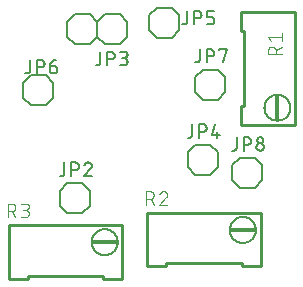
<source format=gbr>
G04 EAGLE Gerber RS-274X export*
G75*
%MOMM*%
%FSLAX34Y34*%
%LPD*%
%INSilkscreen Top*%
%IPPOS*%
%AMOC8*
5,1,8,0,0,1.08239X$1,22.5*%
G01*
%ADD10C,0.254000*%
%ADD11C,0.152400*%
%ADD12R,0.400000X2.100000*%
%ADD13C,0.101600*%
%ADD14R,2.100000X0.400000*%
%ADD15C,0.127000*%


D10*
X214138Y246594D02*
X259638Y246594D01*
X259638Y150594D01*
X214138Y150594D01*
X214138Y166594D01*
X216638Y166594D01*
X216638Y230594D01*
X214138Y230594D01*
X214138Y246594D01*
D11*
X234138Y165594D02*
X234141Y165864D01*
X234151Y166134D01*
X234168Y166403D01*
X234191Y166672D01*
X234221Y166941D01*
X234257Y167208D01*
X234300Y167475D01*
X234349Y167740D01*
X234405Y168004D01*
X234468Y168267D01*
X234536Y168528D01*
X234612Y168787D01*
X234693Y169044D01*
X234781Y169300D01*
X234875Y169553D01*
X234975Y169804D01*
X235082Y170052D01*
X235194Y170297D01*
X235313Y170540D01*
X235437Y170779D01*
X235567Y171016D01*
X235703Y171249D01*
X235845Y171479D01*
X235992Y171705D01*
X236145Y171928D01*
X236303Y172147D01*
X236466Y172362D01*
X236635Y172572D01*
X236809Y172779D01*
X236988Y172981D01*
X237171Y173179D01*
X237360Y173372D01*
X237553Y173561D01*
X237751Y173744D01*
X237953Y173923D01*
X238160Y174097D01*
X238370Y174266D01*
X238585Y174429D01*
X238804Y174587D01*
X239027Y174740D01*
X239253Y174887D01*
X239483Y175029D01*
X239716Y175165D01*
X239953Y175295D01*
X240192Y175419D01*
X240435Y175538D01*
X240680Y175650D01*
X240928Y175757D01*
X241179Y175857D01*
X241432Y175951D01*
X241688Y176039D01*
X241945Y176120D01*
X242204Y176196D01*
X242465Y176264D01*
X242728Y176327D01*
X242992Y176383D01*
X243257Y176432D01*
X243524Y176475D01*
X243791Y176511D01*
X244060Y176541D01*
X244329Y176564D01*
X244598Y176581D01*
X244868Y176591D01*
X245138Y176594D01*
X245408Y176591D01*
X245678Y176581D01*
X245947Y176564D01*
X246216Y176541D01*
X246485Y176511D01*
X246752Y176475D01*
X247019Y176432D01*
X247284Y176383D01*
X247548Y176327D01*
X247811Y176264D01*
X248072Y176196D01*
X248331Y176120D01*
X248588Y176039D01*
X248844Y175951D01*
X249097Y175857D01*
X249348Y175757D01*
X249596Y175650D01*
X249841Y175538D01*
X250084Y175419D01*
X250323Y175295D01*
X250560Y175165D01*
X250793Y175029D01*
X251023Y174887D01*
X251249Y174740D01*
X251472Y174587D01*
X251691Y174429D01*
X251906Y174266D01*
X252116Y174097D01*
X252323Y173923D01*
X252525Y173744D01*
X252723Y173561D01*
X252916Y173372D01*
X253105Y173179D01*
X253288Y172981D01*
X253467Y172779D01*
X253641Y172572D01*
X253810Y172362D01*
X253973Y172147D01*
X254131Y171928D01*
X254284Y171705D01*
X254431Y171479D01*
X254573Y171249D01*
X254709Y171016D01*
X254839Y170779D01*
X254963Y170540D01*
X255082Y170297D01*
X255194Y170052D01*
X255301Y169804D01*
X255401Y169553D01*
X255495Y169300D01*
X255583Y169044D01*
X255664Y168787D01*
X255740Y168528D01*
X255808Y168267D01*
X255871Y168004D01*
X255927Y167740D01*
X255976Y167475D01*
X256019Y167208D01*
X256055Y166941D01*
X256085Y166672D01*
X256108Y166403D01*
X256125Y166134D01*
X256135Y165864D01*
X256138Y165594D01*
X256135Y165324D01*
X256125Y165054D01*
X256108Y164785D01*
X256085Y164516D01*
X256055Y164247D01*
X256019Y163980D01*
X255976Y163713D01*
X255927Y163448D01*
X255871Y163184D01*
X255808Y162921D01*
X255740Y162660D01*
X255664Y162401D01*
X255583Y162144D01*
X255495Y161888D01*
X255401Y161635D01*
X255301Y161384D01*
X255194Y161136D01*
X255082Y160891D01*
X254963Y160648D01*
X254839Y160409D01*
X254709Y160172D01*
X254573Y159939D01*
X254431Y159709D01*
X254284Y159483D01*
X254131Y159260D01*
X253973Y159041D01*
X253810Y158826D01*
X253641Y158616D01*
X253467Y158409D01*
X253288Y158207D01*
X253105Y158009D01*
X252916Y157816D01*
X252723Y157627D01*
X252525Y157444D01*
X252323Y157265D01*
X252116Y157091D01*
X251906Y156922D01*
X251691Y156759D01*
X251472Y156601D01*
X251249Y156448D01*
X251023Y156301D01*
X250793Y156159D01*
X250560Y156023D01*
X250323Y155893D01*
X250084Y155769D01*
X249841Y155650D01*
X249596Y155538D01*
X249348Y155431D01*
X249097Y155331D01*
X248844Y155237D01*
X248588Y155149D01*
X248331Y155068D01*
X248072Y154992D01*
X247811Y154924D01*
X247548Y154861D01*
X247284Y154805D01*
X247019Y154756D01*
X246752Y154713D01*
X246485Y154677D01*
X246216Y154647D01*
X245947Y154624D01*
X245678Y154607D01*
X245408Y154597D01*
X245138Y154594D01*
X244868Y154597D01*
X244598Y154607D01*
X244329Y154624D01*
X244060Y154647D01*
X243791Y154677D01*
X243524Y154713D01*
X243257Y154756D01*
X242992Y154805D01*
X242728Y154861D01*
X242465Y154924D01*
X242204Y154992D01*
X241945Y155068D01*
X241688Y155149D01*
X241432Y155237D01*
X241179Y155331D01*
X240928Y155431D01*
X240680Y155538D01*
X240435Y155650D01*
X240192Y155769D01*
X239953Y155893D01*
X239716Y156023D01*
X239483Y156159D01*
X239253Y156301D01*
X239027Y156448D01*
X238804Y156601D01*
X238585Y156759D01*
X238370Y156922D01*
X238160Y157091D01*
X237953Y157265D01*
X237751Y157444D01*
X237553Y157627D01*
X237360Y157816D01*
X237171Y158009D01*
X236988Y158207D01*
X236809Y158409D01*
X236635Y158616D01*
X236466Y158826D01*
X236303Y159041D01*
X236145Y159260D01*
X235992Y159483D01*
X235845Y159709D01*
X235703Y159939D01*
X235567Y160172D01*
X235437Y160409D01*
X235313Y160648D01*
X235194Y160891D01*
X235082Y161136D01*
X234975Y161384D01*
X234875Y161635D01*
X234781Y161888D01*
X234693Y162144D01*
X234612Y162401D01*
X234536Y162660D01*
X234468Y162921D01*
X234405Y163184D01*
X234349Y163448D01*
X234300Y163713D01*
X234257Y163980D01*
X234221Y164247D01*
X234191Y164516D01*
X234168Y164785D01*
X234151Y165054D01*
X234141Y165324D01*
X234138Y165594D01*
D12*
X245138Y165594D03*
D13*
X248826Y210639D02*
X237142Y210639D01*
X237142Y213884D01*
X237144Y213997D01*
X237150Y214110D01*
X237160Y214223D01*
X237174Y214336D01*
X237191Y214448D01*
X237213Y214559D01*
X237238Y214669D01*
X237268Y214779D01*
X237301Y214887D01*
X237338Y214994D01*
X237378Y215100D01*
X237423Y215204D01*
X237471Y215307D01*
X237522Y215408D01*
X237577Y215507D01*
X237635Y215604D01*
X237697Y215699D01*
X237762Y215792D01*
X237830Y215882D01*
X237901Y215970D01*
X237976Y216056D01*
X238053Y216139D01*
X238133Y216219D01*
X238216Y216296D01*
X238302Y216371D01*
X238390Y216442D01*
X238480Y216510D01*
X238573Y216575D01*
X238668Y216637D01*
X238765Y216695D01*
X238864Y216750D01*
X238965Y216801D01*
X239068Y216849D01*
X239172Y216894D01*
X239278Y216934D01*
X239385Y216971D01*
X239493Y217004D01*
X239603Y217034D01*
X239713Y217059D01*
X239824Y217081D01*
X239936Y217098D01*
X240049Y217112D01*
X240162Y217122D01*
X240275Y217128D01*
X240388Y217130D01*
X240501Y217128D01*
X240614Y217122D01*
X240727Y217112D01*
X240840Y217098D01*
X240952Y217081D01*
X241063Y217059D01*
X241173Y217034D01*
X241283Y217004D01*
X241391Y216971D01*
X241498Y216934D01*
X241604Y216894D01*
X241708Y216849D01*
X241811Y216801D01*
X241912Y216750D01*
X242011Y216695D01*
X242108Y216637D01*
X242203Y216575D01*
X242296Y216510D01*
X242386Y216442D01*
X242474Y216371D01*
X242560Y216296D01*
X242643Y216219D01*
X242723Y216139D01*
X242800Y216056D01*
X242875Y215970D01*
X242946Y215882D01*
X243014Y215792D01*
X243079Y215699D01*
X243141Y215604D01*
X243199Y215507D01*
X243254Y215408D01*
X243305Y215307D01*
X243353Y215204D01*
X243398Y215100D01*
X243438Y214994D01*
X243475Y214887D01*
X243508Y214779D01*
X243538Y214669D01*
X243563Y214559D01*
X243585Y214448D01*
X243602Y214336D01*
X243616Y214223D01*
X243626Y214110D01*
X243632Y213997D01*
X243634Y213884D01*
X243634Y210639D01*
X243634Y214533D02*
X248826Y217130D01*
X239739Y221995D02*
X237142Y225240D01*
X248826Y225240D01*
X248826Y221995D02*
X248826Y228486D01*
D10*
X134852Y76606D02*
X134852Y31106D01*
X134852Y76606D02*
X230852Y76606D01*
X230852Y31106D01*
X214852Y31106D01*
X214852Y33606D01*
X150852Y33606D01*
X150852Y31106D01*
X134852Y31106D01*
D11*
X204852Y62106D02*
X204855Y62376D01*
X204865Y62646D01*
X204882Y62915D01*
X204905Y63184D01*
X204935Y63453D01*
X204971Y63720D01*
X205014Y63987D01*
X205063Y64252D01*
X205119Y64516D01*
X205182Y64779D01*
X205250Y65040D01*
X205326Y65299D01*
X205407Y65556D01*
X205495Y65812D01*
X205589Y66065D01*
X205689Y66316D01*
X205796Y66564D01*
X205908Y66809D01*
X206027Y67052D01*
X206151Y67291D01*
X206281Y67528D01*
X206417Y67761D01*
X206559Y67991D01*
X206706Y68217D01*
X206859Y68440D01*
X207017Y68659D01*
X207180Y68874D01*
X207349Y69084D01*
X207523Y69291D01*
X207702Y69493D01*
X207885Y69691D01*
X208074Y69884D01*
X208267Y70073D01*
X208465Y70256D01*
X208667Y70435D01*
X208874Y70609D01*
X209084Y70778D01*
X209299Y70941D01*
X209518Y71099D01*
X209741Y71252D01*
X209967Y71399D01*
X210197Y71541D01*
X210430Y71677D01*
X210667Y71807D01*
X210906Y71931D01*
X211149Y72050D01*
X211394Y72162D01*
X211642Y72269D01*
X211893Y72369D01*
X212146Y72463D01*
X212402Y72551D01*
X212659Y72632D01*
X212918Y72708D01*
X213179Y72776D01*
X213442Y72839D01*
X213706Y72895D01*
X213971Y72944D01*
X214238Y72987D01*
X214505Y73023D01*
X214774Y73053D01*
X215043Y73076D01*
X215312Y73093D01*
X215582Y73103D01*
X215852Y73106D01*
X216122Y73103D01*
X216392Y73093D01*
X216661Y73076D01*
X216930Y73053D01*
X217199Y73023D01*
X217466Y72987D01*
X217733Y72944D01*
X217998Y72895D01*
X218262Y72839D01*
X218525Y72776D01*
X218786Y72708D01*
X219045Y72632D01*
X219302Y72551D01*
X219558Y72463D01*
X219811Y72369D01*
X220062Y72269D01*
X220310Y72162D01*
X220555Y72050D01*
X220798Y71931D01*
X221037Y71807D01*
X221274Y71677D01*
X221507Y71541D01*
X221737Y71399D01*
X221963Y71252D01*
X222186Y71099D01*
X222405Y70941D01*
X222620Y70778D01*
X222830Y70609D01*
X223037Y70435D01*
X223239Y70256D01*
X223437Y70073D01*
X223630Y69884D01*
X223819Y69691D01*
X224002Y69493D01*
X224181Y69291D01*
X224355Y69084D01*
X224524Y68874D01*
X224687Y68659D01*
X224845Y68440D01*
X224998Y68217D01*
X225145Y67991D01*
X225287Y67761D01*
X225423Y67528D01*
X225553Y67291D01*
X225677Y67052D01*
X225796Y66809D01*
X225908Y66564D01*
X226015Y66316D01*
X226115Y66065D01*
X226209Y65812D01*
X226297Y65556D01*
X226378Y65299D01*
X226454Y65040D01*
X226522Y64779D01*
X226585Y64516D01*
X226641Y64252D01*
X226690Y63987D01*
X226733Y63720D01*
X226769Y63453D01*
X226799Y63184D01*
X226822Y62915D01*
X226839Y62646D01*
X226849Y62376D01*
X226852Y62106D01*
X226849Y61836D01*
X226839Y61566D01*
X226822Y61297D01*
X226799Y61028D01*
X226769Y60759D01*
X226733Y60492D01*
X226690Y60225D01*
X226641Y59960D01*
X226585Y59696D01*
X226522Y59433D01*
X226454Y59172D01*
X226378Y58913D01*
X226297Y58656D01*
X226209Y58400D01*
X226115Y58147D01*
X226015Y57896D01*
X225908Y57648D01*
X225796Y57403D01*
X225677Y57160D01*
X225553Y56921D01*
X225423Y56684D01*
X225287Y56451D01*
X225145Y56221D01*
X224998Y55995D01*
X224845Y55772D01*
X224687Y55553D01*
X224524Y55338D01*
X224355Y55128D01*
X224181Y54921D01*
X224002Y54719D01*
X223819Y54521D01*
X223630Y54328D01*
X223437Y54139D01*
X223239Y53956D01*
X223037Y53777D01*
X222830Y53603D01*
X222620Y53434D01*
X222405Y53271D01*
X222186Y53113D01*
X221963Y52960D01*
X221737Y52813D01*
X221507Y52671D01*
X221274Y52535D01*
X221037Y52405D01*
X220798Y52281D01*
X220555Y52162D01*
X220310Y52050D01*
X220062Y51943D01*
X219811Y51843D01*
X219558Y51749D01*
X219302Y51661D01*
X219045Y51580D01*
X218786Y51504D01*
X218525Y51436D01*
X218262Y51373D01*
X217998Y51317D01*
X217733Y51268D01*
X217466Y51225D01*
X217199Y51189D01*
X216930Y51159D01*
X216661Y51136D01*
X216392Y51119D01*
X216122Y51109D01*
X215852Y51106D01*
X215582Y51109D01*
X215312Y51119D01*
X215043Y51136D01*
X214774Y51159D01*
X214505Y51189D01*
X214238Y51225D01*
X213971Y51268D01*
X213706Y51317D01*
X213442Y51373D01*
X213179Y51436D01*
X212918Y51504D01*
X212659Y51580D01*
X212402Y51661D01*
X212146Y51749D01*
X211893Y51843D01*
X211642Y51943D01*
X211394Y52050D01*
X211149Y52162D01*
X210906Y52281D01*
X210667Y52405D01*
X210430Y52535D01*
X210197Y52671D01*
X209967Y52813D01*
X209741Y52960D01*
X209518Y53113D01*
X209299Y53271D01*
X209084Y53434D01*
X208874Y53603D01*
X208667Y53777D01*
X208465Y53956D01*
X208267Y54139D01*
X208074Y54328D01*
X207885Y54521D01*
X207702Y54719D01*
X207523Y54921D01*
X207349Y55128D01*
X207180Y55338D01*
X207017Y55553D01*
X206859Y55772D01*
X206706Y55995D01*
X206559Y56221D01*
X206417Y56451D01*
X206281Y56684D01*
X206151Y56921D01*
X206027Y57160D01*
X205908Y57403D01*
X205796Y57648D01*
X205689Y57896D01*
X205589Y58147D01*
X205495Y58400D01*
X205407Y58656D01*
X205326Y58913D01*
X205250Y59172D01*
X205182Y59433D01*
X205119Y59696D01*
X205063Y59960D01*
X205014Y60225D01*
X204971Y60492D01*
X204935Y60759D01*
X204905Y61028D01*
X204882Y61297D01*
X204865Y61566D01*
X204855Y61836D01*
X204852Y62106D01*
D14*
X215852Y62106D03*
D13*
X133860Y83014D02*
X133860Y94698D01*
X137106Y94698D01*
X137106Y94699D02*
X137219Y94697D01*
X137332Y94691D01*
X137445Y94681D01*
X137558Y94667D01*
X137670Y94650D01*
X137781Y94628D01*
X137891Y94603D01*
X138001Y94573D01*
X138109Y94540D01*
X138216Y94503D01*
X138322Y94463D01*
X138426Y94418D01*
X138529Y94370D01*
X138630Y94319D01*
X138729Y94264D01*
X138826Y94206D01*
X138921Y94144D01*
X139014Y94079D01*
X139104Y94011D01*
X139192Y93940D01*
X139278Y93865D01*
X139361Y93788D01*
X139441Y93708D01*
X139518Y93625D01*
X139593Y93539D01*
X139664Y93451D01*
X139732Y93361D01*
X139797Y93268D01*
X139859Y93173D01*
X139917Y93076D01*
X139972Y92977D01*
X140023Y92876D01*
X140071Y92773D01*
X140116Y92669D01*
X140156Y92563D01*
X140193Y92456D01*
X140226Y92348D01*
X140256Y92238D01*
X140281Y92128D01*
X140303Y92017D01*
X140320Y91905D01*
X140334Y91792D01*
X140344Y91679D01*
X140350Y91566D01*
X140352Y91453D01*
X140350Y91340D01*
X140344Y91227D01*
X140334Y91114D01*
X140320Y91001D01*
X140303Y90889D01*
X140281Y90778D01*
X140256Y90668D01*
X140226Y90558D01*
X140193Y90450D01*
X140156Y90343D01*
X140116Y90237D01*
X140071Y90133D01*
X140023Y90030D01*
X139972Y89929D01*
X139917Y89830D01*
X139859Y89733D01*
X139797Y89638D01*
X139732Y89545D01*
X139664Y89455D01*
X139593Y89367D01*
X139518Y89281D01*
X139441Y89198D01*
X139361Y89118D01*
X139278Y89041D01*
X139192Y88966D01*
X139104Y88895D01*
X139014Y88827D01*
X138921Y88762D01*
X138826Y88700D01*
X138729Y88642D01*
X138630Y88587D01*
X138529Y88536D01*
X138426Y88488D01*
X138322Y88443D01*
X138216Y88403D01*
X138109Y88366D01*
X138001Y88333D01*
X137891Y88303D01*
X137781Y88278D01*
X137670Y88256D01*
X137558Y88239D01*
X137445Y88225D01*
X137332Y88215D01*
X137219Y88209D01*
X137106Y88207D01*
X133860Y88207D01*
X137755Y88207D02*
X140351Y83014D01*
X151707Y91777D02*
X151705Y91884D01*
X151699Y91990D01*
X151689Y92096D01*
X151676Y92202D01*
X151658Y92308D01*
X151637Y92412D01*
X151612Y92516D01*
X151583Y92619D01*
X151551Y92720D01*
X151514Y92820D01*
X151474Y92919D01*
X151431Y93017D01*
X151384Y93113D01*
X151333Y93207D01*
X151279Y93299D01*
X151222Y93389D01*
X151162Y93477D01*
X151098Y93562D01*
X151031Y93645D01*
X150961Y93726D01*
X150889Y93804D01*
X150813Y93880D01*
X150735Y93952D01*
X150654Y94022D01*
X150571Y94089D01*
X150486Y94153D01*
X150398Y94213D01*
X150308Y94270D01*
X150216Y94324D01*
X150122Y94375D01*
X150026Y94422D01*
X149928Y94465D01*
X149829Y94505D01*
X149729Y94542D01*
X149628Y94574D01*
X149525Y94603D01*
X149421Y94628D01*
X149317Y94649D01*
X149211Y94667D01*
X149105Y94680D01*
X148999Y94690D01*
X148893Y94696D01*
X148786Y94698D01*
X148665Y94696D01*
X148544Y94690D01*
X148424Y94680D01*
X148303Y94667D01*
X148184Y94649D01*
X148064Y94628D01*
X147946Y94603D01*
X147829Y94574D01*
X147712Y94541D01*
X147597Y94505D01*
X147483Y94464D01*
X147370Y94421D01*
X147258Y94373D01*
X147149Y94322D01*
X147041Y94267D01*
X146934Y94209D01*
X146830Y94148D01*
X146728Y94083D01*
X146628Y94015D01*
X146530Y93944D01*
X146434Y93870D01*
X146341Y93793D01*
X146251Y93712D01*
X146163Y93629D01*
X146078Y93543D01*
X145995Y93454D01*
X145916Y93363D01*
X145839Y93269D01*
X145766Y93173D01*
X145696Y93075D01*
X145629Y92974D01*
X145565Y92871D01*
X145505Y92766D01*
X145448Y92659D01*
X145394Y92551D01*
X145344Y92441D01*
X145298Y92329D01*
X145255Y92216D01*
X145216Y92101D01*
X150734Y89505D02*
X150813Y89582D01*
X150889Y89663D01*
X150962Y89746D01*
X151032Y89831D01*
X151099Y89919D01*
X151163Y90009D01*
X151223Y90101D01*
X151280Y90196D01*
X151334Y90292D01*
X151385Y90390D01*
X151432Y90490D01*
X151476Y90592D01*
X151516Y90695D01*
X151552Y90799D01*
X151584Y90905D01*
X151613Y91011D01*
X151638Y91119D01*
X151660Y91227D01*
X151677Y91337D01*
X151691Y91446D01*
X151700Y91556D01*
X151706Y91667D01*
X151708Y91777D01*
X150734Y89505D02*
X145216Y83014D01*
X151707Y83014D01*
D10*
X17838Y66216D02*
X17838Y20716D01*
X17838Y66216D02*
X113838Y66216D01*
X113838Y20716D01*
X97838Y20716D01*
X97838Y23216D01*
X33838Y23216D01*
X33838Y20716D01*
X17838Y20716D01*
D11*
X87838Y51716D02*
X87841Y51986D01*
X87851Y52256D01*
X87868Y52525D01*
X87891Y52794D01*
X87921Y53063D01*
X87957Y53330D01*
X88000Y53597D01*
X88049Y53862D01*
X88105Y54126D01*
X88168Y54389D01*
X88236Y54650D01*
X88312Y54909D01*
X88393Y55166D01*
X88481Y55422D01*
X88575Y55675D01*
X88675Y55926D01*
X88782Y56174D01*
X88894Y56419D01*
X89013Y56662D01*
X89137Y56901D01*
X89267Y57138D01*
X89403Y57371D01*
X89545Y57601D01*
X89692Y57827D01*
X89845Y58050D01*
X90003Y58269D01*
X90166Y58484D01*
X90335Y58694D01*
X90509Y58901D01*
X90688Y59103D01*
X90871Y59301D01*
X91060Y59494D01*
X91253Y59683D01*
X91451Y59866D01*
X91653Y60045D01*
X91860Y60219D01*
X92070Y60388D01*
X92285Y60551D01*
X92504Y60709D01*
X92727Y60862D01*
X92953Y61009D01*
X93183Y61151D01*
X93416Y61287D01*
X93653Y61417D01*
X93892Y61541D01*
X94135Y61660D01*
X94380Y61772D01*
X94628Y61879D01*
X94879Y61979D01*
X95132Y62073D01*
X95388Y62161D01*
X95645Y62242D01*
X95904Y62318D01*
X96165Y62386D01*
X96428Y62449D01*
X96692Y62505D01*
X96957Y62554D01*
X97224Y62597D01*
X97491Y62633D01*
X97760Y62663D01*
X98029Y62686D01*
X98298Y62703D01*
X98568Y62713D01*
X98838Y62716D01*
X99108Y62713D01*
X99378Y62703D01*
X99647Y62686D01*
X99916Y62663D01*
X100185Y62633D01*
X100452Y62597D01*
X100719Y62554D01*
X100984Y62505D01*
X101248Y62449D01*
X101511Y62386D01*
X101772Y62318D01*
X102031Y62242D01*
X102288Y62161D01*
X102544Y62073D01*
X102797Y61979D01*
X103048Y61879D01*
X103296Y61772D01*
X103541Y61660D01*
X103784Y61541D01*
X104023Y61417D01*
X104260Y61287D01*
X104493Y61151D01*
X104723Y61009D01*
X104949Y60862D01*
X105172Y60709D01*
X105391Y60551D01*
X105606Y60388D01*
X105816Y60219D01*
X106023Y60045D01*
X106225Y59866D01*
X106423Y59683D01*
X106616Y59494D01*
X106805Y59301D01*
X106988Y59103D01*
X107167Y58901D01*
X107341Y58694D01*
X107510Y58484D01*
X107673Y58269D01*
X107831Y58050D01*
X107984Y57827D01*
X108131Y57601D01*
X108273Y57371D01*
X108409Y57138D01*
X108539Y56901D01*
X108663Y56662D01*
X108782Y56419D01*
X108894Y56174D01*
X109001Y55926D01*
X109101Y55675D01*
X109195Y55422D01*
X109283Y55166D01*
X109364Y54909D01*
X109440Y54650D01*
X109508Y54389D01*
X109571Y54126D01*
X109627Y53862D01*
X109676Y53597D01*
X109719Y53330D01*
X109755Y53063D01*
X109785Y52794D01*
X109808Y52525D01*
X109825Y52256D01*
X109835Y51986D01*
X109838Y51716D01*
X109835Y51446D01*
X109825Y51176D01*
X109808Y50907D01*
X109785Y50638D01*
X109755Y50369D01*
X109719Y50102D01*
X109676Y49835D01*
X109627Y49570D01*
X109571Y49306D01*
X109508Y49043D01*
X109440Y48782D01*
X109364Y48523D01*
X109283Y48266D01*
X109195Y48010D01*
X109101Y47757D01*
X109001Y47506D01*
X108894Y47258D01*
X108782Y47013D01*
X108663Y46770D01*
X108539Y46531D01*
X108409Y46294D01*
X108273Y46061D01*
X108131Y45831D01*
X107984Y45605D01*
X107831Y45382D01*
X107673Y45163D01*
X107510Y44948D01*
X107341Y44738D01*
X107167Y44531D01*
X106988Y44329D01*
X106805Y44131D01*
X106616Y43938D01*
X106423Y43749D01*
X106225Y43566D01*
X106023Y43387D01*
X105816Y43213D01*
X105606Y43044D01*
X105391Y42881D01*
X105172Y42723D01*
X104949Y42570D01*
X104723Y42423D01*
X104493Y42281D01*
X104260Y42145D01*
X104023Y42015D01*
X103784Y41891D01*
X103541Y41772D01*
X103296Y41660D01*
X103048Y41553D01*
X102797Y41453D01*
X102544Y41359D01*
X102288Y41271D01*
X102031Y41190D01*
X101772Y41114D01*
X101511Y41046D01*
X101248Y40983D01*
X100984Y40927D01*
X100719Y40878D01*
X100452Y40835D01*
X100185Y40799D01*
X99916Y40769D01*
X99647Y40746D01*
X99378Y40729D01*
X99108Y40719D01*
X98838Y40716D01*
X98568Y40719D01*
X98298Y40729D01*
X98029Y40746D01*
X97760Y40769D01*
X97491Y40799D01*
X97224Y40835D01*
X96957Y40878D01*
X96692Y40927D01*
X96428Y40983D01*
X96165Y41046D01*
X95904Y41114D01*
X95645Y41190D01*
X95388Y41271D01*
X95132Y41359D01*
X94879Y41453D01*
X94628Y41553D01*
X94380Y41660D01*
X94135Y41772D01*
X93892Y41891D01*
X93653Y42015D01*
X93416Y42145D01*
X93183Y42281D01*
X92953Y42423D01*
X92727Y42570D01*
X92504Y42723D01*
X92285Y42881D01*
X92070Y43044D01*
X91860Y43213D01*
X91653Y43387D01*
X91451Y43566D01*
X91253Y43749D01*
X91060Y43938D01*
X90871Y44131D01*
X90688Y44329D01*
X90509Y44531D01*
X90335Y44738D01*
X90166Y44948D01*
X90003Y45163D01*
X89845Y45382D01*
X89692Y45605D01*
X89545Y45831D01*
X89403Y46061D01*
X89267Y46294D01*
X89137Y46531D01*
X89013Y46770D01*
X88894Y47013D01*
X88782Y47258D01*
X88675Y47506D01*
X88575Y47757D01*
X88481Y48010D01*
X88393Y48266D01*
X88312Y48523D01*
X88236Y48782D01*
X88168Y49043D01*
X88105Y49306D01*
X88049Y49570D01*
X88000Y49835D01*
X87957Y50102D01*
X87921Y50369D01*
X87891Y50638D01*
X87868Y50907D01*
X87851Y51176D01*
X87841Y51446D01*
X87838Y51716D01*
D14*
X98838Y51716D03*
D13*
X16846Y72624D02*
X16846Y84308D01*
X20092Y84308D01*
X20205Y84306D01*
X20318Y84300D01*
X20431Y84290D01*
X20544Y84276D01*
X20656Y84259D01*
X20767Y84237D01*
X20877Y84212D01*
X20987Y84182D01*
X21095Y84149D01*
X21202Y84112D01*
X21308Y84072D01*
X21412Y84027D01*
X21515Y83979D01*
X21616Y83928D01*
X21715Y83873D01*
X21812Y83815D01*
X21907Y83753D01*
X22000Y83688D01*
X22090Y83620D01*
X22178Y83549D01*
X22264Y83474D01*
X22347Y83397D01*
X22427Y83317D01*
X22504Y83234D01*
X22579Y83148D01*
X22650Y83060D01*
X22718Y82970D01*
X22783Y82877D01*
X22845Y82782D01*
X22903Y82685D01*
X22958Y82586D01*
X23009Y82485D01*
X23057Y82382D01*
X23102Y82278D01*
X23142Y82172D01*
X23179Y82065D01*
X23212Y81957D01*
X23242Y81847D01*
X23267Y81737D01*
X23289Y81626D01*
X23306Y81514D01*
X23320Y81401D01*
X23330Y81288D01*
X23336Y81175D01*
X23338Y81062D01*
X23336Y80949D01*
X23330Y80836D01*
X23320Y80723D01*
X23306Y80610D01*
X23289Y80498D01*
X23267Y80387D01*
X23242Y80277D01*
X23212Y80167D01*
X23179Y80059D01*
X23142Y79952D01*
X23102Y79846D01*
X23057Y79742D01*
X23009Y79639D01*
X22958Y79538D01*
X22903Y79439D01*
X22845Y79342D01*
X22783Y79247D01*
X22718Y79154D01*
X22650Y79064D01*
X22579Y78976D01*
X22504Y78890D01*
X22427Y78807D01*
X22347Y78727D01*
X22264Y78650D01*
X22178Y78575D01*
X22090Y78504D01*
X22000Y78436D01*
X21907Y78371D01*
X21812Y78309D01*
X21715Y78251D01*
X21616Y78196D01*
X21515Y78145D01*
X21412Y78097D01*
X21308Y78052D01*
X21202Y78012D01*
X21095Y77975D01*
X20987Y77942D01*
X20877Y77912D01*
X20767Y77887D01*
X20656Y77865D01*
X20544Y77848D01*
X20431Y77834D01*
X20318Y77824D01*
X20205Y77818D01*
X20092Y77816D01*
X20092Y77817D02*
X16846Y77817D01*
X20741Y77817D02*
X23337Y72624D01*
X28202Y72624D02*
X31448Y72624D01*
X31448Y72623D02*
X31561Y72625D01*
X31674Y72631D01*
X31787Y72641D01*
X31900Y72655D01*
X32012Y72672D01*
X32123Y72694D01*
X32233Y72719D01*
X32343Y72749D01*
X32451Y72782D01*
X32558Y72819D01*
X32664Y72859D01*
X32768Y72904D01*
X32871Y72952D01*
X32972Y73003D01*
X33071Y73058D01*
X33168Y73116D01*
X33263Y73178D01*
X33356Y73243D01*
X33446Y73311D01*
X33534Y73382D01*
X33620Y73457D01*
X33703Y73534D01*
X33783Y73614D01*
X33860Y73697D01*
X33935Y73783D01*
X34006Y73871D01*
X34074Y73961D01*
X34139Y74054D01*
X34201Y74149D01*
X34259Y74246D01*
X34314Y74345D01*
X34365Y74446D01*
X34413Y74549D01*
X34458Y74653D01*
X34498Y74759D01*
X34535Y74866D01*
X34568Y74974D01*
X34598Y75084D01*
X34623Y75194D01*
X34645Y75305D01*
X34662Y75417D01*
X34676Y75530D01*
X34686Y75643D01*
X34692Y75756D01*
X34694Y75869D01*
X34692Y75982D01*
X34686Y76095D01*
X34676Y76208D01*
X34662Y76321D01*
X34645Y76433D01*
X34623Y76544D01*
X34598Y76654D01*
X34568Y76764D01*
X34535Y76872D01*
X34498Y76979D01*
X34458Y77085D01*
X34413Y77189D01*
X34365Y77292D01*
X34314Y77393D01*
X34259Y77492D01*
X34201Y77589D01*
X34139Y77684D01*
X34074Y77777D01*
X34006Y77867D01*
X33935Y77955D01*
X33860Y78041D01*
X33783Y78124D01*
X33703Y78204D01*
X33620Y78281D01*
X33534Y78356D01*
X33446Y78427D01*
X33356Y78495D01*
X33263Y78560D01*
X33168Y78622D01*
X33071Y78680D01*
X32972Y78735D01*
X32871Y78786D01*
X32768Y78834D01*
X32664Y78879D01*
X32558Y78919D01*
X32451Y78956D01*
X32343Y78989D01*
X32233Y79019D01*
X32123Y79044D01*
X32012Y79066D01*
X31900Y79083D01*
X31787Y79097D01*
X31674Y79107D01*
X31561Y79113D01*
X31448Y79115D01*
X32097Y84308D02*
X28202Y84308D01*
X32097Y84307D02*
X32198Y84305D01*
X32298Y84299D01*
X32398Y84289D01*
X32498Y84276D01*
X32597Y84258D01*
X32696Y84237D01*
X32793Y84212D01*
X32890Y84183D01*
X32985Y84150D01*
X33079Y84114D01*
X33171Y84074D01*
X33262Y84031D01*
X33351Y83984D01*
X33438Y83934D01*
X33524Y83880D01*
X33607Y83823D01*
X33687Y83763D01*
X33766Y83700D01*
X33842Y83633D01*
X33915Y83564D01*
X33985Y83492D01*
X34053Y83418D01*
X34118Y83341D01*
X34179Y83261D01*
X34238Y83179D01*
X34293Y83095D01*
X34345Y83009D01*
X34394Y82921D01*
X34439Y82831D01*
X34481Y82739D01*
X34519Y82646D01*
X34553Y82551D01*
X34584Y82456D01*
X34611Y82359D01*
X34634Y82261D01*
X34654Y82162D01*
X34669Y82062D01*
X34681Y81962D01*
X34689Y81862D01*
X34693Y81761D01*
X34693Y81661D01*
X34689Y81560D01*
X34681Y81460D01*
X34669Y81360D01*
X34654Y81260D01*
X34634Y81161D01*
X34611Y81063D01*
X34584Y80966D01*
X34553Y80871D01*
X34519Y80776D01*
X34481Y80683D01*
X34439Y80591D01*
X34394Y80501D01*
X34345Y80413D01*
X34293Y80327D01*
X34238Y80243D01*
X34179Y80161D01*
X34118Y80081D01*
X34053Y80004D01*
X33985Y79930D01*
X33915Y79858D01*
X33842Y79789D01*
X33766Y79722D01*
X33687Y79659D01*
X33607Y79599D01*
X33524Y79542D01*
X33438Y79488D01*
X33351Y79438D01*
X33262Y79391D01*
X33171Y79348D01*
X33079Y79308D01*
X32985Y79272D01*
X32890Y79239D01*
X32793Y79210D01*
X32696Y79185D01*
X32597Y79164D01*
X32498Y79146D01*
X32398Y79133D01*
X32298Y79123D01*
X32198Y79117D01*
X32097Y79115D01*
X29501Y79115D01*
D11*
X99026Y219182D02*
X111726Y219182D01*
X99026Y219182D02*
X92676Y225532D01*
X92676Y238232D01*
X99026Y244582D01*
X118076Y238232D02*
X118076Y225532D01*
X111726Y219182D01*
X118076Y238232D02*
X111726Y244582D01*
X99026Y244582D01*
X92676Y225532D02*
X86326Y219182D01*
X73626Y219182D01*
X67276Y225532D01*
X67276Y238232D01*
X73626Y244582D01*
X86326Y244582D01*
X92676Y238232D01*
D15*
X95015Y212959D02*
X95015Y204069D01*
X95013Y203969D01*
X95007Y203870D01*
X94997Y203770D01*
X94984Y203672D01*
X94966Y203573D01*
X94945Y203476D01*
X94920Y203380D01*
X94891Y203284D01*
X94858Y203190D01*
X94822Y203097D01*
X94782Y203006D01*
X94738Y202916D01*
X94691Y202828D01*
X94641Y202742D01*
X94587Y202658D01*
X94530Y202576D01*
X94470Y202497D01*
X94406Y202419D01*
X94340Y202345D01*
X94271Y202273D01*
X94199Y202204D01*
X94125Y202138D01*
X94047Y202074D01*
X93968Y202014D01*
X93886Y201957D01*
X93802Y201903D01*
X93716Y201853D01*
X93628Y201806D01*
X93538Y201762D01*
X93447Y201722D01*
X93354Y201686D01*
X93260Y201653D01*
X93164Y201624D01*
X93068Y201599D01*
X92971Y201578D01*
X92872Y201560D01*
X92774Y201547D01*
X92674Y201537D01*
X92575Y201531D01*
X92475Y201529D01*
X91205Y201529D01*
X100995Y201529D02*
X100995Y212959D01*
X104170Y212959D01*
X104281Y212957D01*
X104391Y212951D01*
X104502Y212942D01*
X104612Y212928D01*
X104721Y212911D01*
X104830Y212890D01*
X104938Y212865D01*
X105045Y212836D01*
X105151Y212804D01*
X105256Y212768D01*
X105359Y212728D01*
X105461Y212685D01*
X105562Y212638D01*
X105661Y212587D01*
X105758Y212534D01*
X105852Y212477D01*
X105945Y212416D01*
X106036Y212353D01*
X106125Y212286D01*
X106211Y212216D01*
X106294Y212143D01*
X106376Y212068D01*
X106454Y211990D01*
X106529Y211908D01*
X106602Y211825D01*
X106672Y211739D01*
X106739Y211650D01*
X106802Y211559D01*
X106863Y211466D01*
X106920Y211371D01*
X106973Y211275D01*
X107024Y211176D01*
X107071Y211075D01*
X107114Y210973D01*
X107154Y210870D01*
X107190Y210765D01*
X107222Y210659D01*
X107251Y210552D01*
X107276Y210444D01*
X107297Y210335D01*
X107314Y210226D01*
X107328Y210116D01*
X107337Y210005D01*
X107343Y209895D01*
X107345Y209784D01*
X107343Y209673D01*
X107337Y209563D01*
X107328Y209452D01*
X107314Y209342D01*
X107297Y209233D01*
X107276Y209124D01*
X107251Y209016D01*
X107222Y208909D01*
X107190Y208803D01*
X107154Y208698D01*
X107114Y208595D01*
X107071Y208493D01*
X107024Y208392D01*
X106973Y208293D01*
X106920Y208196D01*
X106863Y208102D01*
X106802Y208009D01*
X106739Y207918D01*
X106672Y207829D01*
X106602Y207743D01*
X106529Y207660D01*
X106454Y207578D01*
X106376Y207500D01*
X106294Y207425D01*
X106211Y207352D01*
X106125Y207282D01*
X106036Y207215D01*
X105945Y207152D01*
X105852Y207091D01*
X105757Y207034D01*
X105661Y206981D01*
X105562Y206930D01*
X105461Y206883D01*
X105359Y206840D01*
X105256Y206800D01*
X105151Y206764D01*
X105045Y206732D01*
X104938Y206703D01*
X104830Y206678D01*
X104721Y206657D01*
X104612Y206640D01*
X104502Y206626D01*
X104391Y206617D01*
X104281Y206611D01*
X104170Y206609D01*
X100995Y206609D01*
X111853Y201529D02*
X115028Y201529D01*
X115139Y201531D01*
X115249Y201537D01*
X115360Y201546D01*
X115470Y201560D01*
X115579Y201577D01*
X115688Y201598D01*
X115796Y201623D01*
X115903Y201652D01*
X116009Y201684D01*
X116114Y201720D01*
X116217Y201760D01*
X116319Y201803D01*
X116420Y201850D01*
X116519Y201901D01*
X116615Y201954D01*
X116710Y202011D01*
X116803Y202072D01*
X116894Y202135D01*
X116983Y202202D01*
X117069Y202272D01*
X117152Y202345D01*
X117234Y202420D01*
X117312Y202498D01*
X117387Y202580D01*
X117460Y202663D01*
X117530Y202749D01*
X117597Y202838D01*
X117660Y202929D01*
X117721Y203022D01*
X117778Y203116D01*
X117831Y203213D01*
X117882Y203312D01*
X117929Y203413D01*
X117972Y203515D01*
X118012Y203618D01*
X118048Y203723D01*
X118080Y203829D01*
X118109Y203936D01*
X118134Y204044D01*
X118155Y204153D01*
X118172Y204262D01*
X118186Y204372D01*
X118195Y204483D01*
X118201Y204593D01*
X118203Y204704D01*
X118201Y204815D01*
X118195Y204925D01*
X118186Y205036D01*
X118172Y205146D01*
X118155Y205255D01*
X118134Y205364D01*
X118109Y205472D01*
X118080Y205579D01*
X118048Y205685D01*
X118012Y205790D01*
X117972Y205893D01*
X117929Y205995D01*
X117882Y206096D01*
X117831Y206195D01*
X117778Y206291D01*
X117721Y206386D01*
X117660Y206479D01*
X117597Y206570D01*
X117530Y206659D01*
X117460Y206745D01*
X117387Y206828D01*
X117312Y206910D01*
X117234Y206988D01*
X117152Y207063D01*
X117069Y207136D01*
X116983Y207206D01*
X116894Y207273D01*
X116803Y207336D01*
X116710Y207397D01*
X116616Y207454D01*
X116519Y207507D01*
X116420Y207558D01*
X116319Y207605D01*
X116217Y207648D01*
X116114Y207688D01*
X116009Y207724D01*
X115903Y207756D01*
X115796Y207785D01*
X115688Y207810D01*
X115579Y207831D01*
X115470Y207848D01*
X115360Y207862D01*
X115249Y207871D01*
X115139Y207877D01*
X115028Y207879D01*
X115663Y212959D02*
X111853Y212959D01*
X115663Y212959D02*
X115763Y212957D01*
X115862Y212951D01*
X115962Y212941D01*
X116060Y212928D01*
X116159Y212910D01*
X116256Y212889D01*
X116352Y212864D01*
X116448Y212835D01*
X116542Y212802D01*
X116635Y212766D01*
X116726Y212726D01*
X116816Y212682D01*
X116904Y212635D01*
X116990Y212585D01*
X117074Y212531D01*
X117156Y212474D01*
X117235Y212414D01*
X117313Y212350D01*
X117387Y212284D01*
X117459Y212215D01*
X117528Y212143D01*
X117594Y212069D01*
X117658Y211991D01*
X117718Y211912D01*
X117775Y211830D01*
X117829Y211746D01*
X117879Y211660D01*
X117926Y211572D01*
X117970Y211482D01*
X118010Y211391D01*
X118046Y211298D01*
X118079Y211204D01*
X118108Y211108D01*
X118133Y211012D01*
X118154Y210915D01*
X118172Y210816D01*
X118185Y210718D01*
X118195Y210618D01*
X118201Y210519D01*
X118203Y210419D01*
X118201Y210319D01*
X118195Y210220D01*
X118185Y210120D01*
X118172Y210022D01*
X118154Y209923D01*
X118133Y209826D01*
X118108Y209730D01*
X118079Y209634D01*
X118046Y209540D01*
X118010Y209447D01*
X117970Y209356D01*
X117926Y209266D01*
X117879Y209178D01*
X117829Y209092D01*
X117775Y209008D01*
X117718Y208926D01*
X117658Y208847D01*
X117594Y208769D01*
X117528Y208695D01*
X117459Y208623D01*
X117387Y208554D01*
X117313Y208488D01*
X117235Y208424D01*
X117156Y208364D01*
X117074Y208307D01*
X116990Y208253D01*
X116904Y208203D01*
X116816Y208156D01*
X116726Y208112D01*
X116635Y208072D01*
X116542Y208036D01*
X116448Y208003D01*
X116352Y207974D01*
X116256Y207949D01*
X116159Y207928D01*
X116060Y207910D01*
X115962Y207897D01*
X115862Y207887D01*
X115763Y207881D01*
X115663Y207879D01*
X113123Y207879D01*
D11*
X142801Y249933D02*
X155501Y249933D01*
X161851Y243583D01*
X161851Y230883D01*
X155501Y224533D01*
X136451Y230883D02*
X136451Y243583D01*
X142801Y249933D01*
X136451Y230883D02*
X142801Y224533D01*
X155501Y224533D01*
D15*
X168491Y238505D02*
X168491Y247395D01*
X168491Y238505D02*
X168489Y238405D01*
X168483Y238306D01*
X168473Y238206D01*
X168460Y238108D01*
X168442Y238009D01*
X168421Y237912D01*
X168396Y237816D01*
X168367Y237720D01*
X168334Y237626D01*
X168298Y237533D01*
X168258Y237442D01*
X168214Y237352D01*
X168167Y237264D01*
X168117Y237178D01*
X168063Y237094D01*
X168006Y237012D01*
X167946Y236933D01*
X167882Y236855D01*
X167816Y236781D01*
X167747Y236709D01*
X167675Y236640D01*
X167601Y236574D01*
X167523Y236510D01*
X167444Y236450D01*
X167362Y236393D01*
X167278Y236339D01*
X167192Y236289D01*
X167104Y236242D01*
X167014Y236198D01*
X166923Y236158D01*
X166830Y236122D01*
X166736Y236089D01*
X166640Y236060D01*
X166544Y236035D01*
X166447Y236014D01*
X166348Y235996D01*
X166250Y235983D01*
X166150Y235973D01*
X166051Y235967D01*
X165951Y235965D01*
X164681Y235965D01*
X174472Y235965D02*
X174472Y247395D01*
X177647Y247395D01*
X177758Y247393D01*
X177868Y247387D01*
X177979Y247378D01*
X178089Y247364D01*
X178198Y247347D01*
X178307Y247326D01*
X178415Y247301D01*
X178522Y247272D01*
X178628Y247240D01*
X178733Y247204D01*
X178836Y247164D01*
X178938Y247121D01*
X179039Y247074D01*
X179138Y247023D01*
X179235Y246970D01*
X179329Y246913D01*
X179422Y246852D01*
X179513Y246789D01*
X179602Y246722D01*
X179688Y246652D01*
X179771Y246579D01*
X179853Y246504D01*
X179931Y246426D01*
X180006Y246344D01*
X180079Y246261D01*
X180149Y246175D01*
X180216Y246086D01*
X180279Y245995D01*
X180340Y245902D01*
X180397Y245807D01*
X180450Y245711D01*
X180501Y245612D01*
X180548Y245511D01*
X180591Y245409D01*
X180631Y245306D01*
X180667Y245201D01*
X180699Y245095D01*
X180728Y244988D01*
X180753Y244880D01*
X180774Y244771D01*
X180791Y244662D01*
X180805Y244552D01*
X180814Y244441D01*
X180820Y244331D01*
X180822Y244220D01*
X180820Y244109D01*
X180814Y243999D01*
X180805Y243888D01*
X180791Y243778D01*
X180774Y243669D01*
X180753Y243560D01*
X180728Y243452D01*
X180699Y243345D01*
X180667Y243239D01*
X180631Y243134D01*
X180591Y243031D01*
X180548Y242929D01*
X180501Y242828D01*
X180450Y242729D01*
X180397Y242632D01*
X180340Y242538D01*
X180279Y242445D01*
X180216Y242354D01*
X180149Y242265D01*
X180079Y242179D01*
X180006Y242096D01*
X179931Y242014D01*
X179853Y241936D01*
X179771Y241861D01*
X179688Y241788D01*
X179602Y241718D01*
X179513Y241651D01*
X179422Y241588D01*
X179329Y241527D01*
X179234Y241470D01*
X179138Y241417D01*
X179039Y241366D01*
X178938Y241319D01*
X178836Y241276D01*
X178733Y241236D01*
X178628Y241200D01*
X178522Y241168D01*
X178415Y241139D01*
X178307Y241114D01*
X178198Y241093D01*
X178089Y241076D01*
X177979Y241062D01*
X177868Y241053D01*
X177758Y241047D01*
X177647Y241045D01*
X174472Y241045D01*
X185330Y235965D02*
X189140Y235965D01*
X189240Y235967D01*
X189339Y235973D01*
X189439Y235983D01*
X189537Y235996D01*
X189636Y236014D01*
X189733Y236035D01*
X189829Y236060D01*
X189925Y236089D01*
X190019Y236122D01*
X190112Y236158D01*
X190203Y236198D01*
X190293Y236242D01*
X190381Y236289D01*
X190467Y236339D01*
X190551Y236393D01*
X190633Y236450D01*
X190712Y236510D01*
X190790Y236574D01*
X190864Y236640D01*
X190936Y236709D01*
X191005Y236781D01*
X191071Y236855D01*
X191135Y236933D01*
X191195Y237012D01*
X191252Y237094D01*
X191306Y237178D01*
X191356Y237264D01*
X191403Y237352D01*
X191447Y237442D01*
X191487Y237533D01*
X191523Y237626D01*
X191556Y237720D01*
X191585Y237816D01*
X191610Y237912D01*
X191631Y238009D01*
X191649Y238108D01*
X191662Y238206D01*
X191672Y238306D01*
X191678Y238405D01*
X191680Y238505D01*
X191680Y239775D01*
X191678Y239875D01*
X191672Y239974D01*
X191662Y240074D01*
X191649Y240172D01*
X191631Y240271D01*
X191610Y240368D01*
X191585Y240464D01*
X191556Y240560D01*
X191523Y240654D01*
X191487Y240747D01*
X191447Y240838D01*
X191403Y240928D01*
X191356Y241016D01*
X191306Y241102D01*
X191252Y241186D01*
X191195Y241268D01*
X191135Y241347D01*
X191071Y241425D01*
X191005Y241499D01*
X190936Y241571D01*
X190864Y241640D01*
X190790Y241706D01*
X190712Y241770D01*
X190633Y241830D01*
X190551Y241887D01*
X190467Y241941D01*
X190381Y241991D01*
X190293Y242038D01*
X190203Y242082D01*
X190112Y242122D01*
X190019Y242158D01*
X189925Y242191D01*
X189829Y242220D01*
X189733Y242245D01*
X189636Y242266D01*
X189537Y242284D01*
X189439Y242297D01*
X189339Y242307D01*
X189240Y242313D01*
X189140Y242315D01*
X185330Y242315D01*
X185330Y247395D01*
X191680Y247395D01*
D11*
X48743Y192980D02*
X36043Y192980D01*
X48743Y192980D02*
X55093Y186630D01*
X55093Y173930D01*
X48743Y167580D01*
X29693Y173930D02*
X29693Y186630D01*
X36043Y192980D01*
X29693Y173930D02*
X36043Y167580D01*
X48743Y167580D01*
D15*
X35578Y196980D02*
X35578Y205870D01*
X35578Y196980D02*
X35576Y196880D01*
X35570Y196781D01*
X35560Y196681D01*
X35547Y196583D01*
X35529Y196484D01*
X35508Y196387D01*
X35483Y196291D01*
X35454Y196195D01*
X35421Y196101D01*
X35385Y196008D01*
X35345Y195917D01*
X35301Y195827D01*
X35254Y195739D01*
X35204Y195653D01*
X35150Y195569D01*
X35093Y195487D01*
X35033Y195408D01*
X34969Y195330D01*
X34903Y195256D01*
X34834Y195184D01*
X34762Y195115D01*
X34688Y195049D01*
X34610Y194985D01*
X34531Y194925D01*
X34449Y194868D01*
X34365Y194814D01*
X34279Y194764D01*
X34191Y194717D01*
X34101Y194673D01*
X34010Y194633D01*
X33917Y194597D01*
X33823Y194564D01*
X33727Y194535D01*
X33631Y194510D01*
X33534Y194489D01*
X33435Y194471D01*
X33337Y194458D01*
X33237Y194448D01*
X33138Y194442D01*
X33038Y194440D01*
X31768Y194440D01*
X41559Y194440D02*
X41559Y205870D01*
X44734Y205870D01*
X44845Y205868D01*
X44955Y205862D01*
X45066Y205853D01*
X45176Y205839D01*
X45285Y205822D01*
X45394Y205801D01*
X45502Y205776D01*
X45609Y205747D01*
X45715Y205715D01*
X45820Y205679D01*
X45923Y205639D01*
X46025Y205596D01*
X46126Y205549D01*
X46225Y205498D01*
X46322Y205445D01*
X46416Y205388D01*
X46509Y205327D01*
X46600Y205264D01*
X46689Y205197D01*
X46775Y205127D01*
X46858Y205054D01*
X46940Y204979D01*
X47018Y204901D01*
X47093Y204819D01*
X47166Y204736D01*
X47236Y204650D01*
X47303Y204561D01*
X47366Y204470D01*
X47427Y204377D01*
X47484Y204282D01*
X47537Y204186D01*
X47588Y204087D01*
X47635Y203986D01*
X47678Y203884D01*
X47718Y203781D01*
X47754Y203676D01*
X47786Y203570D01*
X47815Y203463D01*
X47840Y203355D01*
X47861Y203246D01*
X47878Y203137D01*
X47892Y203027D01*
X47901Y202916D01*
X47907Y202806D01*
X47909Y202695D01*
X47907Y202584D01*
X47901Y202474D01*
X47892Y202363D01*
X47878Y202253D01*
X47861Y202144D01*
X47840Y202035D01*
X47815Y201927D01*
X47786Y201820D01*
X47754Y201714D01*
X47718Y201609D01*
X47678Y201506D01*
X47635Y201404D01*
X47588Y201303D01*
X47537Y201204D01*
X47484Y201107D01*
X47427Y201013D01*
X47366Y200920D01*
X47303Y200829D01*
X47236Y200740D01*
X47166Y200654D01*
X47093Y200571D01*
X47018Y200489D01*
X46940Y200411D01*
X46858Y200336D01*
X46775Y200263D01*
X46689Y200193D01*
X46600Y200126D01*
X46509Y200063D01*
X46416Y200002D01*
X46321Y199945D01*
X46225Y199892D01*
X46126Y199841D01*
X46025Y199794D01*
X45923Y199751D01*
X45820Y199711D01*
X45715Y199675D01*
X45609Y199643D01*
X45502Y199614D01*
X45394Y199589D01*
X45285Y199568D01*
X45176Y199551D01*
X45066Y199537D01*
X44955Y199528D01*
X44845Y199522D01*
X44734Y199520D01*
X41559Y199520D01*
X52417Y200790D02*
X56227Y200790D01*
X56327Y200788D01*
X56426Y200782D01*
X56526Y200772D01*
X56624Y200759D01*
X56723Y200741D01*
X56820Y200720D01*
X56916Y200695D01*
X57012Y200666D01*
X57106Y200633D01*
X57199Y200597D01*
X57290Y200557D01*
X57380Y200513D01*
X57468Y200466D01*
X57554Y200416D01*
X57638Y200362D01*
X57720Y200305D01*
X57799Y200245D01*
X57877Y200181D01*
X57951Y200115D01*
X58023Y200046D01*
X58092Y199974D01*
X58158Y199900D01*
X58222Y199822D01*
X58282Y199743D01*
X58339Y199661D01*
X58393Y199577D01*
X58443Y199491D01*
X58490Y199403D01*
X58534Y199313D01*
X58574Y199222D01*
X58610Y199129D01*
X58643Y199035D01*
X58672Y198939D01*
X58697Y198843D01*
X58718Y198746D01*
X58736Y198647D01*
X58749Y198549D01*
X58759Y198449D01*
X58765Y198350D01*
X58767Y198250D01*
X58767Y197615D01*
X58765Y197504D01*
X58759Y197394D01*
X58750Y197283D01*
X58736Y197173D01*
X58719Y197064D01*
X58698Y196955D01*
X58673Y196847D01*
X58644Y196740D01*
X58612Y196634D01*
X58576Y196529D01*
X58536Y196426D01*
X58493Y196324D01*
X58446Y196223D01*
X58395Y196124D01*
X58342Y196027D01*
X58285Y195933D01*
X58224Y195840D01*
X58161Y195749D01*
X58094Y195660D01*
X58024Y195574D01*
X57951Y195491D01*
X57876Y195409D01*
X57798Y195331D01*
X57716Y195256D01*
X57633Y195183D01*
X57547Y195113D01*
X57458Y195046D01*
X57367Y194983D01*
X57274Y194922D01*
X57179Y194865D01*
X57083Y194812D01*
X56984Y194761D01*
X56883Y194714D01*
X56781Y194671D01*
X56678Y194631D01*
X56573Y194595D01*
X56467Y194563D01*
X56360Y194534D01*
X56252Y194509D01*
X56143Y194488D01*
X56034Y194471D01*
X55924Y194457D01*
X55813Y194448D01*
X55703Y194442D01*
X55592Y194440D01*
X55481Y194442D01*
X55371Y194448D01*
X55260Y194457D01*
X55150Y194471D01*
X55041Y194488D01*
X54932Y194509D01*
X54824Y194534D01*
X54717Y194563D01*
X54611Y194595D01*
X54506Y194631D01*
X54403Y194671D01*
X54301Y194714D01*
X54200Y194761D01*
X54101Y194812D01*
X54005Y194865D01*
X53910Y194922D01*
X53817Y194983D01*
X53726Y195046D01*
X53637Y195113D01*
X53551Y195183D01*
X53468Y195256D01*
X53386Y195331D01*
X53308Y195409D01*
X53233Y195491D01*
X53160Y195574D01*
X53090Y195660D01*
X53023Y195749D01*
X52960Y195840D01*
X52899Y195933D01*
X52842Y196028D01*
X52789Y196124D01*
X52738Y196223D01*
X52691Y196324D01*
X52648Y196426D01*
X52608Y196529D01*
X52572Y196634D01*
X52540Y196740D01*
X52511Y196847D01*
X52486Y196955D01*
X52465Y197064D01*
X52448Y197173D01*
X52434Y197283D01*
X52425Y197394D01*
X52419Y197504D01*
X52417Y197615D01*
X52417Y200790D01*
X52419Y200930D01*
X52425Y201070D01*
X52434Y201210D01*
X52448Y201349D01*
X52465Y201488D01*
X52486Y201626D01*
X52511Y201764D01*
X52540Y201901D01*
X52572Y202037D01*
X52609Y202172D01*
X52649Y202306D01*
X52692Y202439D01*
X52740Y202571D01*
X52790Y202702D01*
X52845Y202831D01*
X52903Y202958D01*
X52964Y203084D01*
X53029Y203208D01*
X53098Y203330D01*
X53169Y203450D01*
X53244Y203568D01*
X53322Y203685D01*
X53404Y203799D01*
X53488Y203910D01*
X53576Y204019D01*
X53666Y204126D01*
X53760Y204231D01*
X53856Y204332D01*
X53955Y204431D01*
X54056Y204527D01*
X54161Y204621D01*
X54268Y204711D01*
X54377Y204799D01*
X54488Y204883D01*
X54602Y204965D01*
X54719Y205043D01*
X54837Y205118D01*
X54957Y205189D01*
X55079Y205258D01*
X55203Y205323D01*
X55329Y205384D01*
X55456Y205442D01*
X55585Y205497D01*
X55716Y205547D01*
X55848Y205595D01*
X55981Y205638D01*
X56115Y205678D01*
X56250Y205715D01*
X56386Y205747D01*
X56523Y205776D01*
X56661Y205801D01*
X56799Y205822D01*
X56938Y205839D01*
X57077Y205853D01*
X57217Y205862D01*
X57357Y205868D01*
X57497Y205870D01*
D11*
X175542Y133940D02*
X188242Y133940D01*
X194592Y127590D01*
X194592Y114890D01*
X188242Y108540D01*
X169192Y114890D02*
X169192Y127590D01*
X175542Y133940D01*
X169192Y114890D02*
X175542Y108540D01*
X188242Y108540D01*
D15*
X172875Y142703D02*
X172875Y151593D01*
X172875Y142703D02*
X172873Y142603D01*
X172867Y142504D01*
X172857Y142404D01*
X172844Y142306D01*
X172826Y142207D01*
X172805Y142110D01*
X172780Y142014D01*
X172751Y141918D01*
X172718Y141824D01*
X172682Y141731D01*
X172642Y141640D01*
X172598Y141550D01*
X172551Y141462D01*
X172501Y141376D01*
X172447Y141292D01*
X172390Y141210D01*
X172330Y141131D01*
X172266Y141053D01*
X172200Y140979D01*
X172131Y140907D01*
X172059Y140838D01*
X171985Y140772D01*
X171907Y140708D01*
X171828Y140648D01*
X171746Y140591D01*
X171662Y140537D01*
X171576Y140487D01*
X171488Y140440D01*
X171398Y140396D01*
X171307Y140356D01*
X171214Y140320D01*
X171120Y140287D01*
X171024Y140258D01*
X170928Y140233D01*
X170831Y140212D01*
X170732Y140194D01*
X170634Y140181D01*
X170534Y140171D01*
X170435Y140165D01*
X170335Y140163D01*
X169065Y140163D01*
X178855Y140163D02*
X178855Y151593D01*
X182030Y151593D01*
X182141Y151591D01*
X182251Y151585D01*
X182362Y151576D01*
X182472Y151562D01*
X182581Y151545D01*
X182690Y151524D01*
X182798Y151499D01*
X182905Y151470D01*
X183011Y151438D01*
X183116Y151402D01*
X183219Y151362D01*
X183321Y151319D01*
X183422Y151272D01*
X183521Y151221D01*
X183618Y151168D01*
X183712Y151111D01*
X183805Y151050D01*
X183896Y150987D01*
X183985Y150920D01*
X184071Y150850D01*
X184154Y150777D01*
X184236Y150702D01*
X184314Y150624D01*
X184389Y150542D01*
X184462Y150459D01*
X184532Y150373D01*
X184599Y150284D01*
X184662Y150193D01*
X184723Y150100D01*
X184780Y150005D01*
X184833Y149909D01*
X184884Y149810D01*
X184931Y149709D01*
X184974Y149607D01*
X185014Y149504D01*
X185050Y149399D01*
X185082Y149293D01*
X185111Y149186D01*
X185136Y149078D01*
X185157Y148969D01*
X185174Y148860D01*
X185188Y148750D01*
X185197Y148639D01*
X185203Y148529D01*
X185205Y148418D01*
X185203Y148307D01*
X185197Y148197D01*
X185188Y148086D01*
X185174Y147976D01*
X185157Y147867D01*
X185136Y147758D01*
X185111Y147650D01*
X185082Y147543D01*
X185050Y147437D01*
X185014Y147332D01*
X184974Y147229D01*
X184931Y147127D01*
X184884Y147026D01*
X184833Y146927D01*
X184780Y146830D01*
X184723Y146736D01*
X184662Y146643D01*
X184599Y146552D01*
X184532Y146463D01*
X184462Y146377D01*
X184389Y146294D01*
X184314Y146212D01*
X184236Y146134D01*
X184154Y146059D01*
X184071Y145986D01*
X183985Y145916D01*
X183896Y145849D01*
X183805Y145786D01*
X183712Y145725D01*
X183617Y145668D01*
X183521Y145615D01*
X183422Y145564D01*
X183321Y145517D01*
X183219Y145474D01*
X183116Y145434D01*
X183011Y145398D01*
X182905Y145366D01*
X182798Y145337D01*
X182690Y145312D01*
X182581Y145291D01*
X182472Y145274D01*
X182362Y145260D01*
X182251Y145251D01*
X182141Y145245D01*
X182030Y145243D01*
X178855Y145243D01*
X189714Y142703D02*
X192254Y151593D01*
X189714Y142703D02*
X196064Y142703D01*
X194159Y145243D02*
X194159Y140163D01*
D11*
X194554Y197573D02*
X181854Y197573D01*
X194554Y197573D02*
X200904Y191223D01*
X200904Y178523D01*
X194554Y172173D01*
X175504Y178523D02*
X175504Y191223D01*
X181854Y197573D01*
X175504Y178523D02*
X181854Y172173D01*
X194554Y172173D01*
D15*
X179187Y206336D02*
X179187Y215226D01*
X179187Y206336D02*
X179185Y206236D01*
X179179Y206137D01*
X179169Y206037D01*
X179156Y205939D01*
X179138Y205840D01*
X179117Y205743D01*
X179092Y205647D01*
X179063Y205551D01*
X179030Y205457D01*
X178994Y205364D01*
X178954Y205273D01*
X178910Y205183D01*
X178863Y205095D01*
X178813Y205009D01*
X178759Y204925D01*
X178702Y204843D01*
X178642Y204764D01*
X178578Y204686D01*
X178512Y204612D01*
X178443Y204540D01*
X178371Y204471D01*
X178297Y204405D01*
X178219Y204341D01*
X178140Y204281D01*
X178058Y204224D01*
X177974Y204170D01*
X177888Y204120D01*
X177800Y204073D01*
X177710Y204029D01*
X177619Y203989D01*
X177526Y203953D01*
X177432Y203920D01*
X177336Y203891D01*
X177240Y203866D01*
X177143Y203845D01*
X177044Y203827D01*
X176946Y203814D01*
X176846Y203804D01*
X176747Y203798D01*
X176647Y203796D01*
X175377Y203796D01*
X185168Y203796D02*
X185168Y215226D01*
X188343Y215226D01*
X188454Y215224D01*
X188564Y215218D01*
X188675Y215209D01*
X188785Y215195D01*
X188894Y215178D01*
X189003Y215157D01*
X189111Y215132D01*
X189218Y215103D01*
X189324Y215071D01*
X189429Y215035D01*
X189532Y214995D01*
X189634Y214952D01*
X189735Y214905D01*
X189834Y214854D01*
X189931Y214801D01*
X190025Y214744D01*
X190118Y214683D01*
X190209Y214620D01*
X190298Y214553D01*
X190384Y214483D01*
X190467Y214410D01*
X190549Y214335D01*
X190627Y214257D01*
X190702Y214175D01*
X190775Y214092D01*
X190845Y214006D01*
X190912Y213917D01*
X190975Y213826D01*
X191036Y213733D01*
X191093Y213638D01*
X191146Y213542D01*
X191197Y213443D01*
X191244Y213342D01*
X191287Y213240D01*
X191327Y213137D01*
X191363Y213032D01*
X191395Y212926D01*
X191424Y212819D01*
X191449Y212711D01*
X191470Y212602D01*
X191487Y212493D01*
X191501Y212383D01*
X191510Y212272D01*
X191516Y212162D01*
X191518Y212051D01*
X191516Y211940D01*
X191510Y211830D01*
X191501Y211719D01*
X191487Y211609D01*
X191470Y211500D01*
X191449Y211391D01*
X191424Y211283D01*
X191395Y211176D01*
X191363Y211070D01*
X191327Y210965D01*
X191287Y210862D01*
X191244Y210760D01*
X191197Y210659D01*
X191146Y210560D01*
X191093Y210463D01*
X191036Y210369D01*
X190975Y210276D01*
X190912Y210185D01*
X190845Y210096D01*
X190775Y210010D01*
X190702Y209927D01*
X190627Y209845D01*
X190549Y209767D01*
X190467Y209692D01*
X190384Y209619D01*
X190298Y209549D01*
X190209Y209482D01*
X190118Y209419D01*
X190025Y209358D01*
X189930Y209301D01*
X189834Y209248D01*
X189735Y209197D01*
X189634Y209150D01*
X189532Y209107D01*
X189429Y209067D01*
X189324Y209031D01*
X189218Y208999D01*
X189111Y208970D01*
X189003Y208945D01*
X188894Y208924D01*
X188785Y208907D01*
X188675Y208893D01*
X188564Y208884D01*
X188454Y208878D01*
X188343Y208876D01*
X185168Y208876D01*
X196026Y213956D02*
X196026Y215226D01*
X202376Y215226D01*
X199201Y203796D01*
D11*
X80047Y101563D02*
X67347Y101563D01*
X80047Y101563D02*
X86397Y95213D01*
X86397Y82513D01*
X80047Y76163D01*
X60997Y82513D02*
X60997Y95213D01*
X67347Y101563D01*
X60997Y82513D02*
X67347Y76163D01*
X80047Y76163D01*
D15*
X64680Y110326D02*
X64680Y119216D01*
X64680Y110326D02*
X64678Y110226D01*
X64672Y110127D01*
X64662Y110027D01*
X64649Y109929D01*
X64631Y109830D01*
X64610Y109733D01*
X64585Y109637D01*
X64556Y109541D01*
X64523Y109447D01*
X64487Y109354D01*
X64447Y109263D01*
X64403Y109173D01*
X64356Y109085D01*
X64306Y108999D01*
X64252Y108915D01*
X64195Y108833D01*
X64135Y108754D01*
X64071Y108676D01*
X64005Y108602D01*
X63936Y108530D01*
X63864Y108461D01*
X63790Y108395D01*
X63712Y108331D01*
X63633Y108271D01*
X63551Y108214D01*
X63467Y108160D01*
X63381Y108110D01*
X63293Y108063D01*
X63203Y108019D01*
X63112Y107979D01*
X63019Y107943D01*
X62925Y107910D01*
X62829Y107881D01*
X62733Y107856D01*
X62636Y107835D01*
X62537Y107817D01*
X62439Y107804D01*
X62339Y107794D01*
X62240Y107788D01*
X62140Y107786D01*
X60870Y107786D01*
X70661Y107786D02*
X70661Y119216D01*
X73836Y119216D01*
X73947Y119214D01*
X74057Y119208D01*
X74168Y119199D01*
X74278Y119185D01*
X74387Y119168D01*
X74496Y119147D01*
X74604Y119122D01*
X74711Y119093D01*
X74817Y119061D01*
X74922Y119025D01*
X75025Y118985D01*
X75127Y118942D01*
X75228Y118895D01*
X75327Y118844D01*
X75424Y118791D01*
X75518Y118734D01*
X75611Y118673D01*
X75702Y118610D01*
X75791Y118543D01*
X75877Y118473D01*
X75960Y118400D01*
X76042Y118325D01*
X76120Y118247D01*
X76195Y118165D01*
X76268Y118082D01*
X76338Y117996D01*
X76405Y117907D01*
X76468Y117816D01*
X76529Y117723D01*
X76586Y117628D01*
X76639Y117532D01*
X76690Y117433D01*
X76737Y117332D01*
X76780Y117230D01*
X76820Y117127D01*
X76856Y117022D01*
X76888Y116916D01*
X76917Y116809D01*
X76942Y116701D01*
X76963Y116592D01*
X76980Y116483D01*
X76994Y116373D01*
X77003Y116262D01*
X77009Y116152D01*
X77011Y116041D01*
X77009Y115930D01*
X77003Y115820D01*
X76994Y115709D01*
X76980Y115599D01*
X76963Y115490D01*
X76942Y115381D01*
X76917Y115273D01*
X76888Y115166D01*
X76856Y115060D01*
X76820Y114955D01*
X76780Y114852D01*
X76737Y114750D01*
X76690Y114649D01*
X76639Y114550D01*
X76586Y114453D01*
X76529Y114359D01*
X76468Y114266D01*
X76405Y114175D01*
X76338Y114086D01*
X76268Y114000D01*
X76195Y113917D01*
X76120Y113835D01*
X76042Y113757D01*
X75960Y113682D01*
X75877Y113609D01*
X75791Y113539D01*
X75702Y113472D01*
X75611Y113409D01*
X75518Y113348D01*
X75423Y113291D01*
X75327Y113238D01*
X75228Y113187D01*
X75127Y113140D01*
X75025Y113097D01*
X74922Y113057D01*
X74817Y113021D01*
X74711Y112989D01*
X74604Y112960D01*
X74496Y112935D01*
X74387Y112914D01*
X74278Y112897D01*
X74168Y112883D01*
X74057Y112874D01*
X73947Y112868D01*
X73836Y112866D01*
X70661Y112866D01*
X85012Y119216D02*
X85116Y119214D01*
X85221Y119208D01*
X85325Y119199D01*
X85428Y119186D01*
X85531Y119168D01*
X85633Y119148D01*
X85735Y119123D01*
X85835Y119095D01*
X85935Y119063D01*
X86033Y119027D01*
X86130Y118988D01*
X86225Y118946D01*
X86319Y118900D01*
X86411Y118850D01*
X86501Y118798D01*
X86589Y118742D01*
X86675Y118682D01*
X86759Y118620D01*
X86840Y118555D01*
X86919Y118487D01*
X86996Y118415D01*
X87069Y118342D01*
X87141Y118265D01*
X87209Y118186D01*
X87274Y118105D01*
X87336Y118021D01*
X87396Y117935D01*
X87452Y117847D01*
X87504Y117757D01*
X87554Y117665D01*
X87600Y117571D01*
X87642Y117476D01*
X87681Y117379D01*
X87717Y117281D01*
X87749Y117181D01*
X87777Y117081D01*
X87802Y116979D01*
X87822Y116877D01*
X87840Y116774D01*
X87853Y116671D01*
X87862Y116567D01*
X87868Y116462D01*
X87870Y116358D01*
X85012Y119216D02*
X84894Y119214D01*
X84775Y119208D01*
X84657Y119199D01*
X84540Y119186D01*
X84423Y119168D01*
X84306Y119148D01*
X84190Y119123D01*
X84075Y119095D01*
X83962Y119062D01*
X83849Y119027D01*
X83737Y118987D01*
X83627Y118945D01*
X83518Y118898D01*
X83410Y118848D01*
X83305Y118795D01*
X83201Y118738D01*
X83099Y118678D01*
X82999Y118615D01*
X82901Y118548D01*
X82805Y118479D01*
X82712Y118406D01*
X82621Y118330D01*
X82532Y118252D01*
X82446Y118170D01*
X82363Y118086D01*
X82282Y118000D01*
X82205Y117910D01*
X82130Y117819D01*
X82058Y117725D01*
X81989Y117628D01*
X81924Y117530D01*
X81861Y117429D01*
X81802Y117326D01*
X81746Y117222D01*
X81694Y117116D01*
X81645Y117008D01*
X81600Y116899D01*
X81558Y116788D01*
X81520Y116676D01*
X86917Y114136D02*
X86993Y114211D01*
X87068Y114290D01*
X87139Y114371D01*
X87208Y114455D01*
X87273Y114541D01*
X87335Y114629D01*
X87395Y114719D01*
X87451Y114811D01*
X87504Y114906D01*
X87553Y115002D01*
X87599Y115100D01*
X87642Y115199D01*
X87681Y115300D01*
X87716Y115402D01*
X87748Y115505D01*
X87776Y115609D01*
X87801Y115714D01*
X87822Y115821D01*
X87839Y115927D01*
X87852Y116034D01*
X87861Y116142D01*
X87867Y116250D01*
X87869Y116358D01*
X86917Y114136D02*
X81519Y107786D01*
X87869Y107786D01*
D11*
X213128Y122986D02*
X225828Y122986D01*
X232178Y116636D01*
X232178Y103936D01*
X225828Y97586D01*
X206778Y103936D02*
X206778Y116636D01*
X213128Y122986D01*
X206778Y103936D02*
X213128Y97586D01*
X225828Y97586D01*
D15*
X210461Y131749D02*
X210461Y140639D01*
X210461Y131749D02*
X210459Y131649D01*
X210453Y131550D01*
X210443Y131450D01*
X210430Y131352D01*
X210412Y131253D01*
X210391Y131156D01*
X210366Y131060D01*
X210337Y130964D01*
X210304Y130870D01*
X210268Y130777D01*
X210228Y130686D01*
X210184Y130596D01*
X210137Y130508D01*
X210087Y130422D01*
X210033Y130338D01*
X209976Y130256D01*
X209916Y130177D01*
X209852Y130099D01*
X209786Y130025D01*
X209717Y129953D01*
X209645Y129884D01*
X209571Y129818D01*
X209493Y129754D01*
X209414Y129694D01*
X209332Y129637D01*
X209248Y129583D01*
X209162Y129533D01*
X209074Y129486D01*
X208984Y129442D01*
X208893Y129402D01*
X208800Y129366D01*
X208706Y129333D01*
X208610Y129304D01*
X208514Y129279D01*
X208417Y129258D01*
X208318Y129240D01*
X208220Y129227D01*
X208120Y129217D01*
X208021Y129211D01*
X207921Y129209D01*
X206651Y129209D01*
X216441Y129209D02*
X216441Y140639D01*
X219616Y140639D01*
X219727Y140637D01*
X219837Y140631D01*
X219948Y140622D01*
X220058Y140608D01*
X220167Y140591D01*
X220276Y140570D01*
X220384Y140545D01*
X220491Y140516D01*
X220597Y140484D01*
X220702Y140448D01*
X220805Y140408D01*
X220907Y140365D01*
X221008Y140318D01*
X221107Y140267D01*
X221204Y140214D01*
X221298Y140157D01*
X221391Y140096D01*
X221482Y140033D01*
X221571Y139966D01*
X221657Y139896D01*
X221740Y139823D01*
X221822Y139748D01*
X221900Y139670D01*
X221975Y139588D01*
X222048Y139505D01*
X222118Y139419D01*
X222185Y139330D01*
X222248Y139239D01*
X222309Y139146D01*
X222366Y139051D01*
X222419Y138955D01*
X222470Y138856D01*
X222517Y138755D01*
X222560Y138653D01*
X222600Y138550D01*
X222636Y138445D01*
X222668Y138339D01*
X222697Y138232D01*
X222722Y138124D01*
X222743Y138015D01*
X222760Y137906D01*
X222774Y137796D01*
X222783Y137685D01*
X222789Y137575D01*
X222791Y137464D01*
X222789Y137353D01*
X222783Y137243D01*
X222774Y137132D01*
X222760Y137022D01*
X222743Y136913D01*
X222722Y136804D01*
X222697Y136696D01*
X222668Y136589D01*
X222636Y136483D01*
X222600Y136378D01*
X222560Y136275D01*
X222517Y136173D01*
X222470Y136072D01*
X222419Y135973D01*
X222366Y135876D01*
X222309Y135782D01*
X222248Y135689D01*
X222185Y135598D01*
X222118Y135509D01*
X222048Y135423D01*
X221975Y135340D01*
X221900Y135258D01*
X221822Y135180D01*
X221740Y135105D01*
X221657Y135032D01*
X221571Y134962D01*
X221482Y134895D01*
X221391Y134832D01*
X221298Y134771D01*
X221203Y134714D01*
X221107Y134661D01*
X221008Y134610D01*
X220907Y134563D01*
X220805Y134520D01*
X220702Y134480D01*
X220597Y134444D01*
X220491Y134412D01*
X220384Y134383D01*
X220276Y134358D01*
X220167Y134337D01*
X220058Y134320D01*
X219948Y134306D01*
X219837Y134297D01*
X219727Y134291D01*
X219616Y134289D01*
X216441Y134289D01*
X227299Y132384D02*
X227301Y132495D01*
X227307Y132605D01*
X227316Y132716D01*
X227330Y132826D01*
X227347Y132935D01*
X227368Y133044D01*
X227393Y133152D01*
X227422Y133259D01*
X227454Y133365D01*
X227490Y133470D01*
X227530Y133573D01*
X227573Y133675D01*
X227620Y133776D01*
X227671Y133875D01*
X227724Y133972D01*
X227781Y134066D01*
X227842Y134159D01*
X227905Y134250D01*
X227972Y134339D01*
X228042Y134425D01*
X228115Y134508D01*
X228190Y134590D01*
X228268Y134668D01*
X228350Y134743D01*
X228433Y134816D01*
X228519Y134886D01*
X228608Y134953D01*
X228699Y135016D01*
X228792Y135077D01*
X228887Y135134D01*
X228983Y135187D01*
X229082Y135238D01*
X229183Y135285D01*
X229285Y135328D01*
X229388Y135368D01*
X229493Y135404D01*
X229599Y135436D01*
X229706Y135465D01*
X229814Y135490D01*
X229923Y135511D01*
X230032Y135528D01*
X230142Y135542D01*
X230253Y135551D01*
X230363Y135557D01*
X230474Y135559D01*
X230585Y135557D01*
X230695Y135551D01*
X230806Y135542D01*
X230916Y135528D01*
X231025Y135511D01*
X231134Y135490D01*
X231242Y135465D01*
X231349Y135436D01*
X231455Y135404D01*
X231560Y135368D01*
X231663Y135328D01*
X231765Y135285D01*
X231866Y135238D01*
X231965Y135187D01*
X232062Y135134D01*
X232156Y135077D01*
X232249Y135016D01*
X232340Y134953D01*
X232429Y134886D01*
X232515Y134816D01*
X232598Y134743D01*
X232680Y134668D01*
X232758Y134590D01*
X232833Y134508D01*
X232906Y134425D01*
X232976Y134339D01*
X233043Y134250D01*
X233106Y134159D01*
X233167Y134066D01*
X233224Y133972D01*
X233277Y133875D01*
X233328Y133776D01*
X233375Y133675D01*
X233418Y133573D01*
X233458Y133470D01*
X233494Y133365D01*
X233526Y133259D01*
X233555Y133152D01*
X233580Y133044D01*
X233601Y132935D01*
X233618Y132826D01*
X233632Y132716D01*
X233641Y132605D01*
X233647Y132495D01*
X233649Y132384D01*
X233647Y132273D01*
X233641Y132163D01*
X233632Y132052D01*
X233618Y131942D01*
X233601Y131833D01*
X233580Y131724D01*
X233555Y131616D01*
X233526Y131509D01*
X233494Y131403D01*
X233458Y131298D01*
X233418Y131195D01*
X233375Y131093D01*
X233328Y130992D01*
X233277Y130893D01*
X233224Y130796D01*
X233167Y130702D01*
X233106Y130609D01*
X233043Y130518D01*
X232976Y130429D01*
X232906Y130343D01*
X232833Y130260D01*
X232758Y130178D01*
X232680Y130100D01*
X232598Y130025D01*
X232515Y129952D01*
X232429Y129882D01*
X232340Y129815D01*
X232249Y129752D01*
X232156Y129691D01*
X232061Y129634D01*
X231965Y129581D01*
X231866Y129530D01*
X231765Y129483D01*
X231663Y129440D01*
X231560Y129400D01*
X231455Y129364D01*
X231349Y129332D01*
X231242Y129303D01*
X231134Y129278D01*
X231025Y129257D01*
X230916Y129240D01*
X230806Y129226D01*
X230695Y129217D01*
X230585Y129211D01*
X230474Y129209D01*
X230363Y129211D01*
X230253Y129217D01*
X230142Y129226D01*
X230032Y129240D01*
X229923Y129257D01*
X229814Y129278D01*
X229706Y129303D01*
X229599Y129332D01*
X229493Y129364D01*
X229388Y129400D01*
X229285Y129440D01*
X229183Y129483D01*
X229082Y129530D01*
X228983Y129581D01*
X228887Y129634D01*
X228792Y129691D01*
X228699Y129752D01*
X228608Y129815D01*
X228519Y129882D01*
X228433Y129952D01*
X228350Y130025D01*
X228268Y130100D01*
X228190Y130178D01*
X228115Y130260D01*
X228042Y130343D01*
X227972Y130429D01*
X227905Y130518D01*
X227842Y130609D01*
X227781Y130702D01*
X227724Y130797D01*
X227671Y130893D01*
X227620Y130992D01*
X227573Y131093D01*
X227530Y131195D01*
X227490Y131298D01*
X227454Y131403D01*
X227422Y131509D01*
X227393Y131616D01*
X227368Y131724D01*
X227347Y131833D01*
X227330Y131942D01*
X227316Y132052D01*
X227307Y132163D01*
X227301Y132273D01*
X227299Y132384D01*
X227934Y138099D02*
X227936Y138199D01*
X227942Y138298D01*
X227952Y138398D01*
X227965Y138496D01*
X227983Y138595D01*
X228004Y138692D01*
X228029Y138788D01*
X228058Y138884D01*
X228091Y138978D01*
X228127Y139071D01*
X228167Y139162D01*
X228211Y139252D01*
X228258Y139340D01*
X228308Y139426D01*
X228362Y139510D01*
X228419Y139592D01*
X228479Y139671D01*
X228543Y139749D01*
X228609Y139823D01*
X228678Y139895D01*
X228750Y139964D01*
X228824Y140030D01*
X228902Y140094D01*
X228981Y140154D01*
X229063Y140211D01*
X229147Y140265D01*
X229233Y140315D01*
X229321Y140362D01*
X229411Y140406D01*
X229502Y140446D01*
X229595Y140482D01*
X229689Y140515D01*
X229785Y140544D01*
X229881Y140569D01*
X229978Y140590D01*
X230077Y140608D01*
X230175Y140621D01*
X230275Y140631D01*
X230374Y140637D01*
X230474Y140639D01*
X230574Y140637D01*
X230673Y140631D01*
X230773Y140621D01*
X230871Y140608D01*
X230970Y140590D01*
X231067Y140569D01*
X231163Y140544D01*
X231259Y140515D01*
X231353Y140482D01*
X231446Y140446D01*
X231537Y140406D01*
X231627Y140362D01*
X231715Y140315D01*
X231801Y140265D01*
X231885Y140211D01*
X231967Y140154D01*
X232046Y140094D01*
X232124Y140030D01*
X232198Y139964D01*
X232270Y139895D01*
X232339Y139823D01*
X232405Y139749D01*
X232469Y139671D01*
X232529Y139592D01*
X232586Y139510D01*
X232640Y139426D01*
X232690Y139340D01*
X232737Y139252D01*
X232781Y139162D01*
X232821Y139071D01*
X232857Y138978D01*
X232890Y138884D01*
X232919Y138788D01*
X232944Y138692D01*
X232965Y138595D01*
X232983Y138496D01*
X232996Y138398D01*
X233006Y138298D01*
X233012Y138199D01*
X233014Y138099D01*
X233012Y137999D01*
X233006Y137900D01*
X232996Y137800D01*
X232983Y137702D01*
X232965Y137603D01*
X232944Y137506D01*
X232919Y137410D01*
X232890Y137314D01*
X232857Y137220D01*
X232821Y137127D01*
X232781Y137036D01*
X232737Y136946D01*
X232690Y136858D01*
X232640Y136772D01*
X232586Y136688D01*
X232529Y136606D01*
X232469Y136527D01*
X232405Y136449D01*
X232339Y136375D01*
X232270Y136303D01*
X232198Y136234D01*
X232124Y136168D01*
X232046Y136104D01*
X231967Y136044D01*
X231885Y135987D01*
X231801Y135933D01*
X231715Y135883D01*
X231627Y135836D01*
X231537Y135792D01*
X231446Y135752D01*
X231353Y135716D01*
X231259Y135683D01*
X231163Y135654D01*
X231067Y135629D01*
X230970Y135608D01*
X230871Y135590D01*
X230773Y135577D01*
X230673Y135567D01*
X230574Y135561D01*
X230474Y135559D01*
X230374Y135561D01*
X230275Y135567D01*
X230175Y135577D01*
X230077Y135590D01*
X229978Y135608D01*
X229881Y135629D01*
X229785Y135654D01*
X229689Y135683D01*
X229595Y135716D01*
X229502Y135752D01*
X229411Y135792D01*
X229321Y135836D01*
X229233Y135883D01*
X229147Y135933D01*
X229063Y135987D01*
X228981Y136044D01*
X228902Y136104D01*
X228824Y136168D01*
X228750Y136234D01*
X228678Y136303D01*
X228609Y136375D01*
X228543Y136449D01*
X228479Y136527D01*
X228419Y136606D01*
X228362Y136688D01*
X228308Y136772D01*
X228258Y136858D01*
X228211Y136946D01*
X228167Y137036D01*
X228127Y137127D01*
X228091Y137220D01*
X228058Y137314D01*
X228029Y137410D01*
X228004Y137506D01*
X227983Y137603D01*
X227965Y137702D01*
X227952Y137800D01*
X227942Y137900D01*
X227936Y137999D01*
X227934Y138099D01*
M02*

</source>
